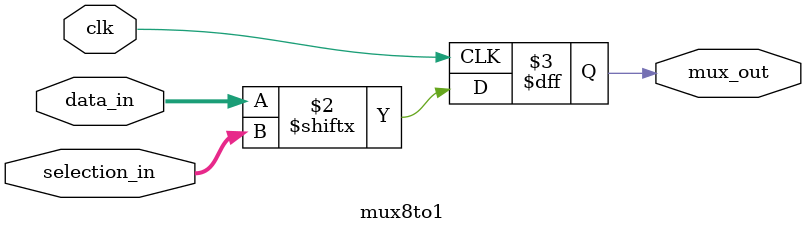
<source format=v>
module mux8to1(input [7:0]data_in,input [2:0]selection_in,output reg mux_out,input clk);

// ------------------------ input is 8bit data  ----------------------------//
// ------------------------selection is for selecting which data to transmit ---------------------------------//
always@(posedge clk)
		  begin
					mux_out=data_in[selection_in];

		  end
endmodule



</source>
